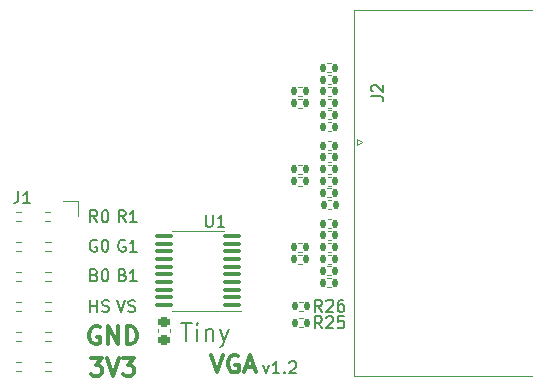
<source format=gbr>
%TF.GenerationSoftware,KiCad,Pcbnew,8.0.2*%
%TF.CreationDate,2024-06-11T02:39:08+02:00*%
%TF.ProjectId,tiny-vga,74696e79-2d76-4676-912e-6b696361645f,v1.0*%
%TF.SameCoordinates,Original*%
%TF.FileFunction,Legend,Top*%
%TF.FilePolarity,Positive*%
%FSLAX46Y46*%
G04 Gerber Fmt 4.6, Leading zero omitted, Abs format (unit mm)*
G04 Created by KiCad (PCBNEW 8.0.2) date 2024-06-11 02:39:08*
%MOMM*%
%LPD*%
G01*
G04 APERTURE LIST*
G04 Aperture macros list*
%AMRoundRect*
0 Rectangle with rounded corners*
0 $1 Rounding radius*
0 $2 $3 $4 $5 $6 $7 $8 $9 X,Y pos of 4 corners*
0 Add a 4 corners polygon primitive as box body*
4,1,4,$2,$3,$4,$5,$6,$7,$8,$9,$2,$3,0*
0 Add four circle primitives for the rounded corners*
1,1,$1+$1,$2,$3*
1,1,$1+$1,$4,$5*
1,1,$1+$1,$6,$7*
1,1,$1+$1,$8,$9*
0 Add four rect primitives between the rounded corners*
20,1,$1+$1,$2,$3,$4,$5,0*
20,1,$1+$1,$4,$5,$6,$7,0*
20,1,$1+$1,$6,$7,$8,$9,0*
20,1,$1+$1,$8,$9,$2,$3,0*%
G04 Aperture macros list end*
%ADD10C,0.200000*%
%ADD11C,0.300000*%
%ADD12C,0.350000*%
%ADD13C,0.150000*%
%ADD14C,0.120000*%
%ADD15RoundRect,0.135000X-0.135000X-0.185000X0.135000X-0.185000X0.135000X0.185000X-0.135000X0.185000X0*%
%ADD16RoundRect,0.135000X0.135000X0.185000X-0.135000X0.185000X-0.135000X-0.185000X0.135000X-0.185000X0*%
%ADD17R,1.700000X1.700000*%
%ADD18O,1.700000X1.700000*%
%ADD19C,4.000000*%
%ADD20R,1.600000X1.600000*%
%ADD21C,1.600000*%
%ADD22RoundRect,0.225000X-0.250000X0.225000X-0.250000X-0.225000X0.250000X-0.225000X0.250000X0.225000X0*%
%ADD23RoundRect,0.100000X0.637500X0.100000X-0.637500X0.100000X-0.637500X-0.100000X0.637500X-0.100000X0*%
G04 APERTURE END LIST*
D10*
X137126816Y-86567219D02*
X137460149Y-87567219D01*
X137460149Y-87567219D02*
X137793482Y-86567219D01*
X138079197Y-87519600D02*
X138222054Y-87567219D01*
X138222054Y-87567219D02*
X138460149Y-87567219D01*
X138460149Y-87567219D02*
X138555387Y-87519600D01*
X138555387Y-87519600D02*
X138603006Y-87471980D01*
X138603006Y-87471980D02*
X138650625Y-87376742D01*
X138650625Y-87376742D02*
X138650625Y-87281504D01*
X138650625Y-87281504D02*
X138603006Y-87186266D01*
X138603006Y-87186266D02*
X138555387Y-87138647D01*
X138555387Y-87138647D02*
X138460149Y-87091028D01*
X138460149Y-87091028D02*
X138269673Y-87043409D01*
X138269673Y-87043409D02*
X138174435Y-86995790D01*
X138174435Y-86995790D02*
X138126816Y-86948171D01*
X138126816Y-86948171D02*
X138079197Y-86852933D01*
X138079197Y-86852933D02*
X138079197Y-86757695D01*
X138079197Y-86757695D02*
X138126816Y-86662457D01*
X138126816Y-86662457D02*
X138174435Y-86614838D01*
X138174435Y-86614838D02*
X138269673Y-86567219D01*
X138269673Y-86567219D02*
X138507768Y-86567219D01*
X138507768Y-86567219D02*
X138650625Y-86614838D01*
X135441101Y-79967219D02*
X135107768Y-79491028D01*
X134869673Y-79967219D02*
X134869673Y-78967219D01*
X134869673Y-78967219D02*
X135250625Y-78967219D01*
X135250625Y-78967219D02*
X135345863Y-79014838D01*
X135345863Y-79014838D02*
X135393482Y-79062457D01*
X135393482Y-79062457D02*
X135441101Y-79157695D01*
X135441101Y-79157695D02*
X135441101Y-79300552D01*
X135441101Y-79300552D02*
X135393482Y-79395790D01*
X135393482Y-79395790D02*
X135345863Y-79443409D01*
X135345863Y-79443409D02*
X135250625Y-79491028D01*
X135250625Y-79491028D02*
X134869673Y-79491028D01*
X136060149Y-78967219D02*
X136155387Y-78967219D01*
X136155387Y-78967219D02*
X136250625Y-79014838D01*
X136250625Y-79014838D02*
X136298244Y-79062457D01*
X136298244Y-79062457D02*
X136345863Y-79157695D01*
X136345863Y-79157695D02*
X136393482Y-79348171D01*
X136393482Y-79348171D02*
X136393482Y-79586266D01*
X136393482Y-79586266D02*
X136345863Y-79776742D01*
X136345863Y-79776742D02*
X136298244Y-79871980D01*
X136298244Y-79871980D02*
X136250625Y-79919600D01*
X136250625Y-79919600D02*
X136155387Y-79967219D01*
X136155387Y-79967219D02*
X136060149Y-79967219D01*
X136060149Y-79967219D02*
X135964911Y-79919600D01*
X135964911Y-79919600D02*
X135917292Y-79871980D01*
X135917292Y-79871980D02*
X135869673Y-79776742D01*
X135869673Y-79776742D02*
X135822054Y-79586266D01*
X135822054Y-79586266D02*
X135822054Y-79348171D01*
X135822054Y-79348171D02*
X135869673Y-79157695D01*
X135869673Y-79157695D02*
X135917292Y-79062457D01*
X135917292Y-79062457D02*
X135964911Y-79014838D01*
X135964911Y-79014838D02*
X136060149Y-78967219D01*
X142570272Y-88519022D02*
X143427415Y-88519022D01*
X142998843Y-90019022D02*
X142998843Y-88519022D01*
X143927414Y-90019022D02*
X143927414Y-89019022D01*
X143927414Y-88519022D02*
X143855986Y-88590451D01*
X143855986Y-88590451D02*
X143927414Y-88661879D01*
X143927414Y-88661879D02*
X143998843Y-88590451D01*
X143998843Y-88590451D02*
X143927414Y-88519022D01*
X143927414Y-88519022D02*
X143927414Y-88661879D01*
X144641700Y-89019022D02*
X144641700Y-90019022D01*
X144641700Y-89161879D02*
X144713129Y-89090451D01*
X144713129Y-89090451D02*
X144855986Y-89019022D01*
X144855986Y-89019022D02*
X145070272Y-89019022D01*
X145070272Y-89019022D02*
X145213129Y-89090451D01*
X145213129Y-89090451D02*
X145284558Y-89233308D01*
X145284558Y-89233308D02*
X145284558Y-90019022D01*
X145855986Y-89019022D02*
X146213129Y-90019022D01*
X146570272Y-89019022D02*
X146213129Y-90019022D01*
X146213129Y-90019022D02*
X146070272Y-90376165D01*
X146070272Y-90376165D02*
X145998843Y-90447594D01*
X145998843Y-90447594D02*
X145855986Y-90519022D01*
X137603006Y-84443409D02*
X137745863Y-84491028D01*
X137745863Y-84491028D02*
X137793482Y-84538647D01*
X137793482Y-84538647D02*
X137841101Y-84633885D01*
X137841101Y-84633885D02*
X137841101Y-84776742D01*
X137841101Y-84776742D02*
X137793482Y-84871980D01*
X137793482Y-84871980D02*
X137745863Y-84919600D01*
X137745863Y-84919600D02*
X137650625Y-84967219D01*
X137650625Y-84967219D02*
X137269673Y-84967219D01*
X137269673Y-84967219D02*
X137269673Y-83967219D01*
X137269673Y-83967219D02*
X137603006Y-83967219D01*
X137603006Y-83967219D02*
X137698244Y-84014838D01*
X137698244Y-84014838D02*
X137745863Y-84062457D01*
X137745863Y-84062457D02*
X137793482Y-84157695D01*
X137793482Y-84157695D02*
X137793482Y-84252933D01*
X137793482Y-84252933D02*
X137745863Y-84348171D01*
X137745863Y-84348171D02*
X137698244Y-84395790D01*
X137698244Y-84395790D02*
X137603006Y-84443409D01*
X137603006Y-84443409D02*
X137269673Y-84443409D01*
X138793482Y-84967219D02*
X138222054Y-84967219D01*
X138507768Y-84967219D02*
X138507768Y-83967219D01*
X138507768Y-83967219D02*
X138412530Y-84110076D01*
X138412530Y-84110076D02*
X138317292Y-84205314D01*
X138317292Y-84205314D02*
X138222054Y-84252933D01*
X135203006Y-84443409D02*
X135345863Y-84491028D01*
X135345863Y-84491028D02*
X135393482Y-84538647D01*
X135393482Y-84538647D02*
X135441101Y-84633885D01*
X135441101Y-84633885D02*
X135441101Y-84776742D01*
X135441101Y-84776742D02*
X135393482Y-84871980D01*
X135393482Y-84871980D02*
X135345863Y-84919600D01*
X135345863Y-84919600D02*
X135250625Y-84967219D01*
X135250625Y-84967219D02*
X134869673Y-84967219D01*
X134869673Y-84967219D02*
X134869673Y-83967219D01*
X134869673Y-83967219D02*
X135203006Y-83967219D01*
X135203006Y-83967219D02*
X135298244Y-84014838D01*
X135298244Y-84014838D02*
X135345863Y-84062457D01*
X135345863Y-84062457D02*
X135393482Y-84157695D01*
X135393482Y-84157695D02*
X135393482Y-84252933D01*
X135393482Y-84252933D02*
X135345863Y-84348171D01*
X135345863Y-84348171D02*
X135298244Y-84395790D01*
X135298244Y-84395790D02*
X135203006Y-84443409D01*
X135203006Y-84443409D02*
X134869673Y-84443409D01*
X136060149Y-83967219D02*
X136155387Y-83967219D01*
X136155387Y-83967219D02*
X136250625Y-84014838D01*
X136250625Y-84014838D02*
X136298244Y-84062457D01*
X136298244Y-84062457D02*
X136345863Y-84157695D01*
X136345863Y-84157695D02*
X136393482Y-84348171D01*
X136393482Y-84348171D02*
X136393482Y-84586266D01*
X136393482Y-84586266D02*
X136345863Y-84776742D01*
X136345863Y-84776742D02*
X136298244Y-84871980D01*
X136298244Y-84871980D02*
X136250625Y-84919600D01*
X136250625Y-84919600D02*
X136155387Y-84967219D01*
X136155387Y-84967219D02*
X136060149Y-84967219D01*
X136060149Y-84967219D02*
X135964911Y-84919600D01*
X135964911Y-84919600D02*
X135917292Y-84871980D01*
X135917292Y-84871980D02*
X135869673Y-84776742D01*
X135869673Y-84776742D02*
X135822054Y-84586266D01*
X135822054Y-84586266D02*
X135822054Y-84348171D01*
X135822054Y-84348171D02*
X135869673Y-84157695D01*
X135869673Y-84157695D02*
X135917292Y-84062457D01*
X135917292Y-84062457D02*
X135964911Y-84014838D01*
X135964911Y-84014838D02*
X136060149Y-83967219D01*
X135393482Y-81514838D02*
X135298244Y-81467219D01*
X135298244Y-81467219D02*
X135155387Y-81467219D01*
X135155387Y-81467219D02*
X135012530Y-81514838D01*
X135012530Y-81514838D02*
X134917292Y-81610076D01*
X134917292Y-81610076D02*
X134869673Y-81705314D01*
X134869673Y-81705314D02*
X134822054Y-81895790D01*
X134822054Y-81895790D02*
X134822054Y-82038647D01*
X134822054Y-82038647D02*
X134869673Y-82229123D01*
X134869673Y-82229123D02*
X134917292Y-82324361D01*
X134917292Y-82324361D02*
X135012530Y-82419600D01*
X135012530Y-82419600D02*
X135155387Y-82467219D01*
X135155387Y-82467219D02*
X135250625Y-82467219D01*
X135250625Y-82467219D02*
X135393482Y-82419600D01*
X135393482Y-82419600D02*
X135441101Y-82371980D01*
X135441101Y-82371980D02*
X135441101Y-82038647D01*
X135441101Y-82038647D02*
X135250625Y-82038647D01*
X136060149Y-81467219D02*
X136155387Y-81467219D01*
X136155387Y-81467219D02*
X136250625Y-81514838D01*
X136250625Y-81514838D02*
X136298244Y-81562457D01*
X136298244Y-81562457D02*
X136345863Y-81657695D01*
X136345863Y-81657695D02*
X136393482Y-81848171D01*
X136393482Y-81848171D02*
X136393482Y-82086266D01*
X136393482Y-82086266D02*
X136345863Y-82276742D01*
X136345863Y-82276742D02*
X136298244Y-82371980D01*
X136298244Y-82371980D02*
X136250625Y-82419600D01*
X136250625Y-82419600D02*
X136155387Y-82467219D01*
X136155387Y-82467219D02*
X136060149Y-82467219D01*
X136060149Y-82467219D02*
X135964911Y-82419600D01*
X135964911Y-82419600D02*
X135917292Y-82371980D01*
X135917292Y-82371980D02*
X135869673Y-82276742D01*
X135869673Y-82276742D02*
X135822054Y-82086266D01*
X135822054Y-82086266D02*
X135822054Y-81848171D01*
X135822054Y-81848171D02*
X135869673Y-81657695D01*
X135869673Y-81657695D02*
X135917292Y-81562457D01*
X135917292Y-81562457D02*
X135964911Y-81514838D01*
X135964911Y-81514838D02*
X136060149Y-81467219D01*
D11*
X134911653Y-91500828D02*
X135840225Y-91500828D01*
X135840225Y-91500828D02*
X135340225Y-92072257D01*
X135340225Y-92072257D02*
X135554510Y-92072257D01*
X135554510Y-92072257D02*
X135697368Y-92143685D01*
X135697368Y-92143685D02*
X135768796Y-92215114D01*
X135768796Y-92215114D02*
X135840225Y-92357971D01*
X135840225Y-92357971D02*
X135840225Y-92715114D01*
X135840225Y-92715114D02*
X135768796Y-92857971D01*
X135768796Y-92857971D02*
X135697368Y-92929400D01*
X135697368Y-92929400D02*
X135554510Y-93000828D01*
X135554510Y-93000828D02*
X135125939Y-93000828D01*
X135125939Y-93000828D02*
X134983082Y-92929400D01*
X134983082Y-92929400D02*
X134911653Y-92857971D01*
X136268796Y-91500828D02*
X136768796Y-93000828D01*
X136768796Y-93000828D02*
X137268796Y-91500828D01*
X137625938Y-91500828D02*
X138554510Y-91500828D01*
X138554510Y-91500828D02*
X138054510Y-92072257D01*
X138054510Y-92072257D02*
X138268795Y-92072257D01*
X138268795Y-92072257D02*
X138411653Y-92143685D01*
X138411653Y-92143685D02*
X138483081Y-92215114D01*
X138483081Y-92215114D02*
X138554510Y-92357971D01*
X138554510Y-92357971D02*
X138554510Y-92715114D01*
X138554510Y-92715114D02*
X138483081Y-92857971D01*
X138483081Y-92857971D02*
X138411653Y-92929400D01*
X138411653Y-92929400D02*
X138268795Y-93000828D01*
X138268795Y-93000828D02*
X137840224Y-93000828D01*
X137840224Y-93000828D02*
X137697367Y-92929400D01*
X137697367Y-92929400D02*
X137625938Y-92857971D01*
D10*
X137793482Y-81514838D02*
X137698244Y-81467219D01*
X137698244Y-81467219D02*
X137555387Y-81467219D01*
X137555387Y-81467219D02*
X137412530Y-81514838D01*
X137412530Y-81514838D02*
X137317292Y-81610076D01*
X137317292Y-81610076D02*
X137269673Y-81705314D01*
X137269673Y-81705314D02*
X137222054Y-81895790D01*
X137222054Y-81895790D02*
X137222054Y-82038647D01*
X137222054Y-82038647D02*
X137269673Y-82229123D01*
X137269673Y-82229123D02*
X137317292Y-82324361D01*
X137317292Y-82324361D02*
X137412530Y-82419600D01*
X137412530Y-82419600D02*
X137555387Y-82467219D01*
X137555387Y-82467219D02*
X137650625Y-82467219D01*
X137650625Y-82467219D02*
X137793482Y-82419600D01*
X137793482Y-82419600D02*
X137841101Y-82371980D01*
X137841101Y-82371980D02*
X137841101Y-82038647D01*
X137841101Y-82038647D02*
X137650625Y-82038647D01*
X138793482Y-82467219D02*
X138222054Y-82467219D01*
X138507768Y-82467219D02*
X138507768Y-81467219D01*
X138507768Y-81467219D02*
X138412530Y-81610076D01*
X138412530Y-81610076D02*
X138317292Y-81705314D01*
X138317292Y-81705314D02*
X138222054Y-81752933D01*
D11*
X135640225Y-88872257D02*
X135497368Y-88800828D01*
X135497368Y-88800828D02*
X135283082Y-88800828D01*
X135283082Y-88800828D02*
X135068796Y-88872257D01*
X135068796Y-88872257D02*
X134925939Y-89015114D01*
X134925939Y-89015114D02*
X134854510Y-89157971D01*
X134854510Y-89157971D02*
X134783082Y-89443685D01*
X134783082Y-89443685D02*
X134783082Y-89657971D01*
X134783082Y-89657971D02*
X134854510Y-89943685D01*
X134854510Y-89943685D02*
X134925939Y-90086542D01*
X134925939Y-90086542D02*
X135068796Y-90229400D01*
X135068796Y-90229400D02*
X135283082Y-90300828D01*
X135283082Y-90300828D02*
X135425939Y-90300828D01*
X135425939Y-90300828D02*
X135640225Y-90229400D01*
X135640225Y-90229400D02*
X135711653Y-90157971D01*
X135711653Y-90157971D02*
X135711653Y-89657971D01*
X135711653Y-89657971D02*
X135425939Y-89657971D01*
X136354510Y-90300828D02*
X136354510Y-88800828D01*
X136354510Y-88800828D02*
X137211653Y-90300828D01*
X137211653Y-90300828D02*
X137211653Y-88800828D01*
X137925939Y-90300828D02*
X137925939Y-88800828D01*
X137925939Y-88800828D02*
X138283082Y-88800828D01*
X138283082Y-88800828D02*
X138497368Y-88872257D01*
X138497368Y-88872257D02*
X138640225Y-89015114D01*
X138640225Y-89015114D02*
X138711654Y-89157971D01*
X138711654Y-89157971D02*
X138783082Y-89443685D01*
X138783082Y-89443685D02*
X138783082Y-89657971D01*
X138783082Y-89657971D02*
X138711654Y-89943685D01*
X138711654Y-89943685D02*
X138640225Y-90086542D01*
X138640225Y-90086542D02*
X138497368Y-90229400D01*
X138497368Y-90229400D02*
X138283082Y-90300828D01*
X138283082Y-90300828D02*
X137925939Y-90300828D01*
D12*
X145073120Y-91198228D02*
X145573120Y-92698228D01*
X145573120Y-92698228D02*
X146073120Y-91198228D01*
X147358834Y-91269657D02*
X147215977Y-91198228D01*
X147215977Y-91198228D02*
X147001691Y-91198228D01*
X147001691Y-91198228D02*
X146787405Y-91269657D01*
X146787405Y-91269657D02*
X146644548Y-91412514D01*
X146644548Y-91412514D02*
X146573119Y-91555371D01*
X146573119Y-91555371D02*
X146501691Y-91841085D01*
X146501691Y-91841085D02*
X146501691Y-92055371D01*
X146501691Y-92055371D02*
X146573119Y-92341085D01*
X146573119Y-92341085D02*
X146644548Y-92483942D01*
X146644548Y-92483942D02*
X146787405Y-92626800D01*
X146787405Y-92626800D02*
X147001691Y-92698228D01*
X147001691Y-92698228D02*
X147144548Y-92698228D01*
X147144548Y-92698228D02*
X147358834Y-92626800D01*
X147358834Y-92626800D02*
X147430262Y-92555371D01*
X147430262Y-92555371D02*
X147430262Y-92055371D01*
X147430262Y-92055371D02*
X147144548Y-92055371D01*
X148001691Y-92269657D02*
X148715977Y-92269657D01*
X147858834Y-92698228D02*
X148358834Y-91198228D01*
X148358834Y-91198228D02*
X148858834Y-92698228D01*
D10*
X134869673Y-87567219D02*
X134869673Y-86567219D01*
X134869673Y-87043409D02*
X135441101Y-87043409D01*
X135441101Y-87567219D02*
X135441101Y-86567219D01*
X135869673Y-87519600D02*
X136012530Y-87567219D01*
X136012530Y-87567219D02*
X136250625Y-87567219D01*
X136250625Y-87567219D02*
X136345863Y-87519600D01*
X136345863Y-87519600D02*
X136393482Y-87471980D01*
X136393482Y-87471980D02*
X136441101Y-87376742D01*
X136441101Y-87376742D02*
X136441101Y-87281504D01*
X136441101Y-87281504D02*
X136393482Y-87186266D01*
X136393482Y-87186266D02*
X136345863Y-87138647D01*
X136345863Y-87138647D02*
X136250625Y-87091028D01*
X136250625Y-87091028D02*
X136060149Y-87043409D01*
X136060149Y-87043409D02*
X135964911Y-86995790D01*
X135964911Y-86995790D02*
X135917292Y-86948171D01*
X135917292Y-86948171D02*
X135869673Y-86852933D01*
X135869673Y-86852933D02*
X135869673Y-86757695D01*
X135869673Y-86757695D02*
X135917292Y-86662457D01*
X135917292Y-86662457D02*
X135964911Y-86614838D01*
X135964911Y-86614838D02*
X136060149Y-86567219D01*
X136060149Y-86567219D02*
X136298244Y-86567219D01*
X136298244Y-86567219D02*
X136441101Y-86614838D01*
X137841101Y-79967219D02*
X137507768Y-79491028D01*
X137269673Y-79967219D02*
X137269673Y-78967219D01*
X137269673Y-78967219D02*
X137650625Y-78967219D01*
X137650625Y-78967219D02*
X137745863Y-79014838D01*
X137745863Y-79014838D02*
X137793482Y-79062457D01*
X137793482Y-79062457D02*
X137841101Y-79157695D01*
X137841101Y-79157695D02*
X137841101Y-79300552D01*
X137841101Y-79300552D02*
X137793482Y-79395790D01*
X137793482Y-79395790D02*
X137745863Y-79443409D01*
X137745863Y-79443409D02*
X137650625Y-79491028D01*
X137650625Y-79491028D02*
X137269673Y-79491028D01*
X138793482Y-79967219D02*
X138222054Y-79967219D01*
X138507768Y-79967219D02*
X138507768Y-78967219D01*
X138507768Y-78967219D02*
X138412530Y-79110076D01*
X138412530Y-79110076D02*
X138317292Y-79205314D01*
X138317292Y-79205314D02*
X138222054Y-79252933D01*
X149474435Y-92100552D02*
X149712530Y-92767219D01*
X149712530Y-92767219D02*
X149950625Y-92100552D01*
X150855387Y-92767219D02*
X150283959Y-92767219D01*
X150569673Y-92767219D02*
X150569673Y-91767219D01*
X150569673Y-91767219D02*
X150474435Y-91910076D01*
X150474435Y-91910076D02*
X150379197Y-92005314D01*
X150379197Y-92005314D02*
X150283959Y-92052933D01*
X151283959Y-92671980D02*
X151331578Y-92719600D01*
X151331578Y-92719600D02*
X151283959Y-92767219D01*
X151283959Y-92767219D02*
X151236340Y-92719600D01*
X151236340Y-92719600D02*
X151283959Y-92671980D01*
X151283959Y-92671980D02*
X151283959Y-92767219D01*
X151712530Y-91862457D02*
X151760149Y-91814838D01*
X151760149Y-91814838D02*
X151855387Y-91767219D01*
X151855387Y-91767219D02*
X152093482Y-91767219D01*
X152093482Y-91767219D02*
X152188720Y-91814838D01*
X152188720Y-91814838D02*
X152236339Y-91862457D01*
X152236339Y-91862457D02*
X152283958Y-91957695D01*
X152283958Y-91957695D02*
X152283958Y-92052933D01*
X152283958Y-92052933D02*
X152236339Y-92195790D01*
X152236339Y-92195790D02*
X151664911Y-92767219D01*
X151664911Y-92767219D02*
X152283958Y-92767219D01*
D13*
X128766666Y-77354819D02*
X128766666Y-78069104D01*
X128766666Y-78069104D02*
X128719047Y-78211961D01*
X128719047Y-78211961D02*
X128623809Y-78307200D01*
X128623809Y-78307200D02*
X128480952Y-78354819D01*
X128480952Y-78354819D02*
X128385714Y-78354819D01*
X129766666Y-78354819D02*
X129195238Y-78354819D01*
X129480952Y-78354819D02*
X129480952Y-77354819D01*
X129480952Y-77354819D02*
X129385714Y-77497676D01*
X129385714Y-77497676D02*
X129290476Y-77592914D01*
X129290476Y-77592914D02*
X129195238Y-77640533D01*
X158654819Y-69333333D02*
X159369104Y-69333333D01*
X159369104Y-69333333D02*
X159511961Y-69380952D01*
X159511961Y-69380952D02*
X159607200Y-69476190D01*
X159607200Y-69476190D02*
X159654819Y-69619047D01*
X159654819Y-69619047D02*
X159654819Y-69714285D01*
X158750057Y-68904761D02*
X158702438Y-68857142D01*
X158702438Y-68857142D02*
X158654819Y-68761904D01*
X158654819Y-68761904D02*
X158654819Y-68523809D01*
X158654819Y-68523809D02*
X158702438Y-68428571D01*
X158702438Y-68428571D02*
X158750057Y-68380952D01*
X158750057Y-68380952D02*
X158845295Y-68333333D01*
X158845295Y-68333333D02*
X158940533Y-68333333D01*
X158940533Y-68333333D02*
X159083390Y-68380952D01*
X159083390Y-68380952D02*
X159654819Y-68952380D01*
X159654819Y-68952380D02*
X159654819Y-68333333D01*
X154457142Y-87554819D02*
X154123809Y-87078628D01*
X153885714Y-87554819D02*
X153885714Y-86554819D01*
X153885714Y-86554819D02*
X154266666Y-86554819D01*
X154266666Y-86554819D02*
X154361904Y-86602438D01*
X154361904Y-86602438D02*
X154409523Y-86650057D01*
X154409523Y-86650057D02*
X154457142Y-86745295D01*
X154457142Y-86745295D02*
X154457142Y-86888152D01*
X154457142Y-86888152D02*
X154409523Y-86983390D01*
X154409523Y-86983390D02*
X154361904Y-87031009D01*
X154361904Y-87031009D02*
X154266666Y-87078628D01*
X154266666Y-87078628D02*
X153885714Y-87078628D01*
X154838095Y-86650057D02*
X154885714Y-86602438D01*
X154885714Y-86602438D02*
X154980952Y-86554819D01*
X154980952Y-86554819D02*
X155219047Y-86554819D01*
X155219047Y-86554819D02*
X155314285Y-86602438D01*
X155314285Y-86602438D02*
X155361904Y-86650057D01*
X155361904Y-86650057D02*
X155409523Y-86745295D01*
X155409523Y-86745295D02*
X155409523Y-86840533D01*
X155409523Y-86840533D02*
X155361904Y-86983390D01*
X155361904Y-86983390D02*
X154790476Y-87554819D01*
X154790476Y-87554819D02*
X155409523Y-87554819D01*
X156266666Y-86554819D02*
X156076190Y-86554819D01*
X156076190Y-86554819D02*
X155980952Y-86602438D01*
X155980952Y-86602438D02*
X155933333Y-86650057D01*
X155933333Y-86650057D02*
X155838095Y-86792914D01*
X155838095Y-86792914D02*
X155790476Y-86983390D01*
X155790476Y-86983390D02*
X155790476Y-87364342D01*
X155790476Y-87364342D02*
X155838095Y-87459580D01*
X155838095Y-87459580D02*
X155885714Y-87507200D01*
X155885714Y-87507200D02*
X155980952Y-87554819D01*
X155980952Y-87554819D02*
X156171428Y-87554819D01*
X156171428Y-87554819D02*
X156266666Y-87507200D01*
X156266666Y-87507200D02*
X156314285Y-87459580D01*
X156314285Y-87459580D02*
X156361904Y-87364342D01*
X156361904Y-87364342D02*
X156361904Y-87126247D01*
X156361904Y-87126247D02*
X156314285Y-87031009D01*
X156314285Y-87031009D02*
X156266666Y-86983390D01*
X156266666Y-86983390D02*
X156171428Y-86935771D01*
X156171428Y-86935771D02*
X155980952Y-86935771D01*
X155980952Y-86935771D02*
X155885714Y-86983390D01*
X155885714Y-86983390D02*
X155838095Y-87031009D01*
X155838095Y-87031009D02*
X155790476Y-87126247D01*
X154457142Y-88954819D02*
X154123809Y-88478628D01*
X153885714Y-88954819D02*
X153885714Y-87954819D01*
X153885714Y-87954819D02*
X154266666Y-87954819D01*
X154266666Y-87954819D02*
X154361904Y-88002438D01*
X154361904Y-88002438D02*
X154409523Y-88050057D01*
X154409523Y-88050057D02*
X154457142Y-88145295D01*
X154457142Y-88145295D02*
X154457142Y-88288152D01*
X154457142Y-88288152D02*
X154409523Y-88383390D01*
X154409523Y-88383390D02*
X154361904Y-88431009D01*
X154361904Y-88431009D02*
X154266666Y-88478628D01*
X154266666Y-88478628D02*
X153885714Y-88478628D01*
X154838095Y-88050057D02*
X154885714Y-88002438D01*
X154885714Y-88002438D02*
X154980952Y-87954819D01*
X154980952Y-87954819D02*
X155219047Y-87954819D01*
X155219047Y-87954819D02*
X155314285Y-88002438D01*
X155314285Y-88002438D02*
X155361904Y-88050057D01*
X155361904Y-88050057D02*
X155409523Y-88145295D01*
X155409523Y-88145295D02*
X155409523Y-88240533D01*
X155409523Y-88240533D02*
X155361904Y-88383390D01*
X155361904Y-88383390D02*
X154790476Y-88954819D01*
X154790476Y-88954819D02*
X155409523Y-88954819D01*
X156314285Y-87954819D02*
X155838095Y-87954819D01*
X155838095Y-87954819D02*
X155790476Y-88431009D01*
X155790476Y-88431009D02*
X155838095Y-88383390D01*
X155838095Y-88383390D02*
X155933333Y-88335771D01*
X155933333Y-88335771D02*
X156171428Y-88335771D01*
X156171428Y-88335771D02*
X156266666Y-88383390D01*
X156266666Y-88383390D02*
X156314285Y-88431009D01*
X156314285Y-88431009D02*
X156361904Y-88526247D01*
X156361904Y-88526247D02*
X156361904Y-88764342D01*
X156361904Y-88764342D02*
X156314285Y-88859580D01*
X156314285Y-88859580D02*
X156266666Y-88907200D01*
X156266666Y-88907200D02*
X156171428Y-88954819D01*
X156171428Y-88954819D02*
X155933333Y-88954819D01*
X155933333Y-88954819D02*
X155838095Y-88907200D01*
X155838095Y-88907200D02*
X155790476Y-88859580D01*
X144638095Y-79354819D02*
X144638095Y-80164342D01*
X144638095Y-80164342D02*
X144685714Y-80259580D01*
X144685714Y-80259580D02*
X144733333Y-80307200D01*
X144733333Y-80307200D02*
X144828571Y-80354819D01*
X144828571Y-80354819D02*
X145019047Y-80354819D01*
X145019047Y-80354819D02*
X145114285Y-80307200D01*
X145114285Y-80307200D02*
X145161904Y-80259580D01*
X145161904Y-80259580D02*
X145209523Y-80164342D01*
X145209523Y-80164342D02*
X145209523Y-79354819D01*
X146209523Y-80354819D02*
X145638095Y-80354819D01*
X145923809Y-80354819D02*
X145923809Y-79354819D01*
X145923809Y-79354819D02*
X145828571Y-79497676D01*
X145828571Y-79497676D02*
X145733333Y-79592914D01*
X145733333Y-79592914D02*
X145638095Y-79640533D01*
D14*
%TO.C,R21*%
X152446359Y-82720000D02*
X152753641Y-82720000D01*
X152446359Y-83480000D02*
X152753641Y-83480000D01*
%TO.C,R11*%
X152446359Y-76120000D02*
X152753641Y-76120000D01*
X152446359Y-76880000D02*
X152753641Y-76880000D01*
%TO.C,R4*%
X155253641Y-68520000D02*
X154946359Y-68520000D01*
X155253641Y-69280000D02*
X154946359Y-69280000D01*
%TO.C,R6*%
X155253641Y-69520000D02*
X154946359Y-69520000D01*
X155253641Y-70280000D02*
X154946359Y-70280000D01*
%TO.C,R14*%
X155253641Y-76120000D02*
X154946359Y-76120000D01*
X155253641Y-76880000D02*
X154946359Y-76880000D01*
%TO.C,R16*%
X154956359Y-78120000D02*
X155263641Y-78120000D01*
X154956359Y-78880000D02*
X155263641Y-78880000D01*
%TO.C,R23*%
X154936359Y-83720000D02*
X155243641Y-83720000D01*
X154936359Y-84480000D02*
X155243641Y-84480000D01*
%TO.C,R20*%
X155253641Y-81720000D02*
X154946359Y-81720000D01*
X155253641Y-82480000D02*
X154946359Y-82480000D01*
%TO.C,J1*%
X128957071Y-79080000D02*
X128560000Y-79080000D01*
X128957071Y-79840000D02*
X128560000Y-79840000D01*
X128957071Y-81620000D02*
X128560000Y-81620000D01*
X128957071Y-82380000D02*
X128560000Y-82380000D01*
X128957071Y-84160000D02*
X128560000Y-84160000D01*
X128957071Y-84920000D02*
X128560000Y-84920000D01*
X128957071Y-86700000D02*
X128560000Y-86700000D01*
X128957071Y-87460000D02*
X128560000Y-87460000D01*
X128957071Y-89240000D02*
X128560000Y-89240000D01*
X128957071Y-90000000D02*
X128560000Y-90000000D01*
X128957071Y-91780000D02*
X128560000Y-91780000D01*
X128957071Y-92540000D02*
X128560000Y-92540000D01*
X131430000Y-79080000D02*
X131042929Y-79080000D01*
X131430000Y-79840000D02*
X131042929Y-79840000D01*
X131497071Y-81620000D02*
X131042929Y-81620000D01*
X131497071Y-82380000D02*
X131042929Y-82380000D01*
X131497071Y-84160000D02*
X131042929Y-84160000D01*
X131497071Y-84920000D02*
X131042929Y-84920000D01*
X131497071Y-86700000D02*
X131042929Y-86700000D01*
X131497071Y-87460000D02*
X131042929Y-87460000D01*
X131497071Y-89240000D02*
X131042929Y-89240000D01*
X131497071Y-90000000D02*
X131042929Y-90000000D01*
X131497071Y-91780000D02*
X131042929Y-91780000D01*
X131497071Y-92540000D02*
X131042929Y-92540000D01*
X133810000Y-78190000D02*
X132540000Y-78190000D01*
X133810000Y-79460000D02*
X133810000Y-78190000D01*
%TO.C,R24*%
X154936359Y-84720000D02*
X155243641Y-84720000D01*
X154936359Y-85480000D02*
X155243641Y-85480000D01*
%TO.C,J2*%
X157206000Y-62024000D02*
X172250000Y-62030000D01*
X157206000Y-92994000D02*
X157206000Y-62024000D01*
X157465662Y-72950000D02*
X157898675Y-73200000D01*
X157465662Y-73450000D02*
X157465662Y-72950000D01*
X157898675Y-73200000D02*
X157465662Y-73450000D01*
X172250000Y-93000000D02*
X157206000Y-92994000D01*
%TO.C,R13*%
X152446359Y-75120000D02*
X152753641Y-75120000D01*
X152446359Y-75880000D02*
X152753641Y-75880000D01*
%TO.C,R7*%
X154946359Y-70520000D02*
X155253641Y-70520000D01*
X154946359Y-71280000D02*
X155253641Y-71280000D01*
%TO.C,R26*%
X152546359Y-86720000D02*
X152853641Y-86720000D01*
X152546359Y-87480000D02*
X152853641Y-87480000D01*
%TO.C,R3*%
X152446359Y-68520000D02*
X152753641Y-68520000D01*
X152446359Y-69280000D02*
X152753641Y-69280000D01*
%TO.C,R18*%
X155253641Y-80720000D02*
X154946359Y-80720000D01*
X155253641Y-81480000D02*
X154946359Y-81480000D01*
%TO.C,R25*%
X152546359Y-88120000D02*
X152853641Y-88120000D01*
X152546359Y-88880000D02*
X152853641Y-88880000D01*
%TO.C,R22*%
X155253641Y-82720000D02*
X154946359Y-82720000D01*
X155253641Y-83480000D02*
X154946359Y-83480000D01*
%TO.C,C1*%
X140590000Y-89034420D02*
X140590000Y-89315580D01*
X141610000Y-89034420D02*
X141610000Y-89315580D01*
%TO.C,U1*%
X144000000Y-80690000D02*
X141800000Y-80690000D01*
X144000000Y-80690000D02*
X146200000Y-80690000D01*
X144000000Y-87460000D02*
X141800000Y-87460000D01*
X144000000Y-87460000D02*
X147600000Y-87460000D01*
%TO.C,R1*%
X155243641Y-66520000D02*
X154936359Y-66520000D01*
X155243641Y-67280000D02*
X154936359Y-67280000D01*
%TO.C,R19*%
X152446359Y-81720000D02*
X152753641Y-81720000D01*
X152446359Y-82480000D02*
X152753641Y-82480000D01*
%TO.C,R15*%
X154936359Y-77120000D02*
X155243641Y-77120000D01*
X154936359Y-77880000D02*
X155243641Y-77880000D01*
%TO.C,R2*%
X155253641Y-67520000D02*
X154946359Y-67520000D01*
X155253641Y-68280000D02*
X154946359Y-68280000D01*
%TO.C,R12*%
X155253641Y-75120000D02*
X154946359Y-75120000D01*
X155253641Y-75880000D02*
X154946359Y-75880000D01*
%TO.C,R17*%
X155253641Y-79720000D02*
X154946359Y-79720000D01*
X155253641Y-80480000D02*
X154946359Y-80480000D01*
%TO.C,R10*%
X155253641Y-74120000D02*
X154946359Y-74120000D01*
X155253641Y-74880000D02*
X154946359Y-74880000D01*
%TO.C,R5*%
X152446359Y-69520000D02*
X152753641Y-69520000D01*
X152446359Y-70280000D02*
X152753641Y-70280000D01*
%TO.C,R8*%
X154946359Y-71520000D02*
X155253641Y-71520000D01*
X154946359Y-72280000D02*
X155253641Y-72280000D01*
%TO.C,R9*%
X155253641Y-73120000D02*
X154946359Y-73120000D01*
X155253641Y-73880000D02*
X154946359Y-73880000D01*
%TD*%
%LPC*%
D15*
%TO.C,R21*%
X152090000Y-83100000D03*
X153110000Y-83100000D03*
%TD*%
%TO.C,R11*%
X152090000Y-76500000D03*
X153110000Y-76500000D03*
%TD*%
D16*
%TO.C,R4*%
X155610000Y-68900000D03*
X154590000Y-68900000D03*
%TD*%
%TO.C,R6*%
X155610000Y-69900000D03*
X154590000Y-69900000D03*
%TD*%
%TO.C,R14*%
X155610000Y-76500000D03*
X154590000Y-76500000D03*
%TD*%
D15*
%TO.C,R16*%
X154600000Y-78500000D03*
X155620000Y-78500000D03*
%TD*%
%TO.C,R23*%
X154580000Y-84100000D03*
X155600000Y-84100000D03*
%TD*%
D16*
%TO.C,R20*%
X155610000Y-82100000D03*
X154590000Y-82100000D03*
%TD*%
D17*
%TO.C,J1*%
X132540000Y-79460000D03*
D18*
X132540000Y-82000000D03*
X132540000Y-84540000D03*
X132540000Y-87080000D03*
X132540000Y-89620000D03*
X132540000Y-92160000D03*
X130000000Y-79460000D03*
X130000000Y-82000000D03*
X130000000Y-84540000D03*
X130000000Y-87080000D03*
X130000000Y-89620000D03*
X130000000Y-92160000D03*
%TD*%
D15*
%TO.C,R24*%
X154580000Y-85100000D03*
X155600000Y-85100000D03*
%TD*%
D19*
%TO.C,J2*%
X161420000Y-90015000D03*
X161420000Y-65015000D03*
D20*
X158880000Y-73025000D03*
D21*
X158880000Y-75275000D03*
X158880000Y-77525000D03*
X158880000Y-79775000D03*
X158880000Y-82025000D03*
X161420000Y-71900000D03*
X161420000Y-74150000D03*
X161420000Y-76400000D03*
X161420000Y-78650000D03*
X161420000Y-80900000D03*
X163960000Y-73025000D03*
X163960000Y-75275000D03*
X163960000Y-77525000D03*
X163960000Y-79775000D03*
X163960000Y-82025000D03*
%TD*%
D15*
%TO.C,R13*%
X152090000Y-75500000D03*
X153110000Y-75500000D03*
%TD*%
%TO.C,R7*%
X154590000Y-70900000D03*
X155610000Y-70900000D03*
%TD*%
%TO.C,R26*%
X152190000Y-87100000D03*
X153210000Y-87100000D03*
%TD*%
%TO.C,R3*%
X152090000Y-68900000D03*
X153110000Y-68900000D03*
%TD*%
D16*
%TO.C,R18*%
X155610000Y-81100000D03*
X154590000Y-81100000D03*
%TD*%
D15*
%TO.C,R25*%
X152190000Y-88500000D03*
X153210000Y-88500000D03*
%TD*%
D16*
%TO.C,R22*%
X155610000Y-83100000D03*
X154590000Y-83100000D03*
%TD*%
D22*
%TO.C,C1*%
X141100000Y-88400000D03*
X141100000Y-89950000D03*
%TD*%
D23*
%TO.C,U1*%
X146862500Y-87000000D03*
X146862500Y-86350000D03*
X146862500Y-85700000D03*
X146862500Y-85050000D03*
X146862500Y-84400000D03*
X146862500Y-83750000D03*
X146862500Y-83100000D03*
X146862500Y-82450000D03*
X146862500Y-81800000D03*
X146862500Y-81150000D03*
X141137500Y-81150000D03*
X141137500Y-81800000D03*
X141137500Y-82450000D03*
X141137500Y-83100000D03*
X141137500Y-83750000D03*
X141137500Y-84400000D03*
X141137500Y-85050000D03*
X141137500Y-85700000D03*
X141137500Y-86350000D03*
X141137500Y-87000000D03*
%TD*%
D16*
%TO.C,R1*%
X155600000Y-66900000D03*
X154580000Y-66900000D03*
%TD*%
D15*
%TO.C,R19*%
X152090000Y-82100000D03*
X153110000Y-82100000D03*
%TD*%
%TO.C,R15*%
X154580000Y-77500000D03*
X155600000Y-77500000D03*
%TD*%
D16*
%TO.C,R2*%
X155610000Y-67900000D03*
X154590000Y-67900000D03*
%TD*%
%TO.C,R12*%
X155610000Y-75500000D03*
X154590000Y-75500000D03*
%TD*%
%TO.C,R17*%
X155610000Y-80100000D03*
X154590000Y-80100000D03*
%TD*%
%TO.C,R10*%
X155610000Y-74500000D03*
X154590000Y-74500000D03*
%TD*%
D15*
%TO.C,R5*%
X152090000Y-69900000D03*
X153110000Y-69900000D03*
%TD*%
%TO.C,R8*%
X154590000Y-71900000D03*
X155610000Y-71900000D03*
%TD*%
D16*
%TO.C,R9*%
X155610000Y-73500000D03*
X154590000Y-73500000D03*
%TD*%
%LPD*%
M02*

</source>
